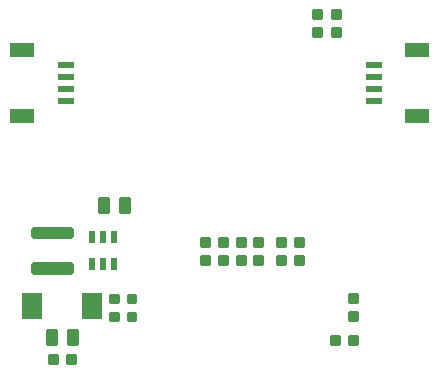
<source format=gbr>
G04 EAGLE Gerber RS-274X export*
G75*
%MOMM*%
%FSLAX34Y34*%
%LPD*%
%INSolderpaste Top*%
%IPPOS*%
%AMOC8*
5,1,8,0,0,1.08239X$1,22.5*%
G01*
%ADD10C,0.222250*%
%ADD11C,0.254000*%
%ADD12R,1.800000X2.200000*%
%ADD13R,1.350000X0.600000*%
%ADD14R,2.000000X1.200000*%
%ADD15C,0.550000*%
%ADD16R,0.508000X1.016000*%


D10*
X291560Y85884D02*
X298228Y85884D01*
X298228Y79216D01*
X291560Y79216D01*
X291560Y85884D01*
X291560Y81328D02*
X298228Y81328D01*
X298228Y83440D02*
X291560Y83440D01*
X291560Y85552D02*
X298228Y85552D01*
X282988Y85884D02*
X276320Y85884D01*
X282988Y85884D02*
X282988Y79216D01*
X276320Y79216D01*
X276320Y85884D01*
X276320Y81328D02*
X282988Y81328D01*
X282988Y83440D02*
X276320Y83440D01*
X276320Y85552D02*
X282988Y85552D01*
X246094Y161766D02*
X246094Y168434D01*
X252762Y168434D01*
X252762Y161766D01*
X246094Y161766D01*
X246094Y163878D02*
X252762Y163878D01*
X252762Y165990D02*
X246094Y165990D01*
X246094Y168102D02*
X252762Y168102D01*
X246094Y153194D02*
X246094Y146526D01*
X246094Y153194D02*
X252762Y153194D01*
X252762Y146526D01*
X246094Y146526D01*
X246094Y148638D02*
X252762Y148638D01*
X252762Y150750D02*
X246094Y150750D01*
X246094Y152862D02*
X252762Y152862D01*
X231108Y161766D02*
X231108Y168434D01*
X237776Y168434D01*
X237776Y161766D01*
X231108Y161766D01*
X231108Y163878D02*
X237776Y163878D01*
X237776Y165990D02*
X231108Y165990D01*
X231108Y168102D02*
X237776Y168102D01*
X231108Y153194D02*
X231108Y146526D01*
X231108Y153194D02*
X237776Y153194D01*
X237776Y146526D01*
X231108Y146526D01*
X231108Y148638D02*
X237776Y148638D01*
X237776Y150750D02*
X231108Y150750D01*
X231108Y152862D02*
X237776Y152862D01*
X211804Y161766D02*
X211804Y168434D01*
X218472Y168434D01*
X218472Y161766D01*
X211804Y161766D01*
X211804Y163878D02*
X218472Y163878D01*
X218472Y165990D02*
X211804Y165990D01*
X211804Y168102D02*
X218472Y168102D01*
X211804Y153194D02*
X211804Y146526D01*
X211804Y153194D02*
X218472Y153194D01*
X218472Y146526D01*
X211804Y146526D01*
X211804Y148638D02*
X218472Y148638D01*
X218472Y150750D02*
X211804Y150750D01*
X211804Y152862D02*
X218472Y152862D01*
X188246Y153194D02*
X188246Y146526D01*
X181578Y146526D01*
X181578Y153194D01*
X188246Y153194D01*
X188246Y148638D02*
X181578Y148638D01*
X181578Y150750D02*
X188246Y150750D01*
X188246Y152862D02*
X181578Y152862D01*
X188246Y161766D02*
X188246Y168434D01*
X188246Y161766D02*
X181578Y161766D01*
X181578Y168434D01*
X188246Y168434D01*
X188246Y163878D02*
X181578Y163878D01*
X181578Y165990D02*
X188246Y165990D01*
X188246Y168102D02*
X181578Y168102D01*
D11*
X87884Y190881D02*
X80264Y190881D01*
X80264Y202311D01*
X87884Y202311D01*
X87884Y190881D01*
X87884Y193294D02*
X80264Y193294D01*
X80264Y195707D02*
X87884Y195707D01*
X87884Y198120D02*
X80264Y198120D01*
X80264Y200533D02*
X87884Y200533D01*
X98044Y190881D02*
X105664Y190881D01*
X98044Y190881D02*
X98044Y202311D01*
X105664Y202311D01*
X105664Y190881D01*
X105664Y193294D02*
X98044Y193294D01*
X98044Y195707D02*
X105664Y195707D01*
X105664Y198120D02*
X98044Y198120D01*
X98044Y200533D02*
X105664Y200533D01*
X61214Y90551D02*
X53594Y90551D01*
X61214Y90551D02*
X61214Y79121D01*
X53594Y79121D01*
X53594Y90551D01*
X53594Y81534D02*
X61214Y81534D01*
X61214Y83947D02*
X53594Y83947D01*
X53594Y86360D02*
X61214Y86360D01*
X61214Y88773D02*
X53594Y88773D01*
X43434Y90551D02*
X35814Y90551D01*
X43434Y90551D02*
X43434Y79121D01*
X35814Y79121D01*
X35814Y90551D01*
X35814Y81534D02*
X43434Y81534D01*
X43434Y83947D02*
X35814Y83947D01*
X35814Y86360D02*
X43434Y86360D01*
X43434Y88773D02*
X35814Y88773D01*
D12*
X74268Y110744D03*
X23268Y110744D03*
D13*
X312800Y285000D03*
X312800Y295000D03*
X312800Y305000D03*
X312800Y315000D03*
D14*
X349550Y328000D03*
X349550Y272000D03*
D13*
X52000Y315000D03*
X52000Y305000D03*
X52000Y295000D03*
X52000Y285000D03*
D14*
X15250Y272000D03*
X15250Y328000D03*
D15*
X24890Y175484D02*
X24890Y169984D01*
X24890Y175484D02*
X56390Y175484D01*
X56390Y169984D01*
X24890Y169984D01*
X24890Y175209D02*
X56390Y175209D01*
X24890Y145484D02*
X24890Y139984D01*
X24890Y145484D02*
X56390Y145484D01*
X56390Y139984D01*
X24890Y139984D01*
X24890Y145209D02*
X56390Y145209D01*
D10*
X284258Y339820D02*
X284258Y346488D01*
X284258Y339820D02*
X277590Y339820D01*
X277590Y346488D01*
X284258Y346488D01*
X284258Y341932D02*
X277590Y341932D01*
X277590Y344044D02*
X284258Y344044D01*
X284258Y346156D02*
X277590Y346156D01*
X284258Y355060D02*
X284258Y361728D01*
X284258Y355060D02*
X277590Y355060D01*
X277590Y361728D01*
X284258Y361728D01*
X284258Y357172D02*
X277590Y357172D01*
X277590Y359284D02*
X284258Y359284D01*
X284258Y361396D02*
X277590Y361396D01*
X268002Y346488D02*
X268002Y339820D01*
X261334Y339820D01*
X261334Y346488D01*
X268002Y346488D01*
X268002Y341932D02*
X261334Y341932D01*
X261334Y344044D02*
X268002Y344044D01*
X268002Y346156D02*
X261334Y346156D01*
X268002Y355060D02*
X268002Y361728D01*
X268002Y355060D02*
X261334Y355060D01*
X261334Y361728D01*
X268002Y361728D01*
X268002Y357172D02*
X261334Y357172D01*
X261334Y359284D02*
X268002Y359284D01*
X268002Y361396D02*
X261334Y361396D01*
X196818Y168434D02*
X196818Y161766D01*
X196818Y168434D02*
X203486Y168434D01*
X203486Y161766D01*
X196818Y161766D01*
X196818Y163878D02*
X203486Y163878D01*
X203486Y165990D02*
X196818Y165990D01*
X196818Y168102D02*
X203486Y168102D01*
X196818Y153194D02*
X196818Y146526D01*
X196818Y153194D02*
X203486Y153194D01*
X203486Y146526D01*
X196818Y146526D01*
X196818Y148638D02*
X203486Y148638D01*
X203486Y150750D02*
X196818Y150750D01*
X196818Y152862D02*
X203486Y152862D01*
X166592Y161766D02*
X166592Y168434D01*
X173260Y168434D01*
X173260Y161766D01*
X166592Y161766D01*
X166592Y163878D02*
X173260Y163878D01*
X173260Y165990D02*
X166592Y165990D01*
X166592Y168102D02*
X173260Y168102D01*
X166592Y153194D02*
X166592Y146526D01*
X166592Y153194D02*
X173260Y153194D01*
X173260Y146526D01*
X166592Y146526D01*
X166592Y148638D02*
X173260Y148638D01*
X173260Y150750D02*
X166592Y150750D01*
X166592Y152862D02*
X173260Y152862D01*
X89884Y120682D02*
X89884Y114014D01*
X89884Y120682D02*
X96552Y120682D01*
X96552Y114014D01*
X89884Y114014D01*
X89884Y116126D02*
X96552Y116126D01*
X96552Y118238D02*
X89884Y118238D01*
X89884Y120350D02*
X96552Y120350D01*
X89884Y105442D02*
X89884Y98774D01*
X89884Y105442D02*
X96552Y105442D01*
X96552Y98774D01*
X89884Y98774D01*
X89884Y100886D02*
X96552Y100886D01*
X96552Y102998D02*
X89884Y102998D01*
X89884Y105110D02*
X96552Y105110D01*
X111030Y105442D02*
X111030Y98774D01*
X104362Y98774D01*
X104362Y105442D01*
X111030Y105442D01*
X111030Y100886D02*
X104362Y100886D01*
X104362Y102998D02*
X111030Y102998D01*
X111030Y105110D02*
X104362Y105110D01*
X111030Y114014D02*
X111030Y120682D01*
X111030Y114014D02*
X104362Y114014D01*
X104362Y120682D01*
X111030Y120682D01*
X111030Y116126D02*
X104362Y116126D01*
X104362Y118238D02*
X111030Y118238D01*
X111030Y120350D02*
X104362Y120350D01*
X298228Y105696D02*
X298228Y99028D01*
X291560Y99028D01*
X291560Y105696D01*
X298228Y105696D01*
X298228Y101140D02*
X291560Y101140D01*
X291560Y103252D02*
X298228Y103252D01*
X298228Y105364D02*
X291560Y105364D01*
X298228Y114268D02*
X298228Y120936D01*
X298228Y114268D02*
X291560Y114268D01*
X291560Y120936D01*
X298228Y120936D01*
X298228Y116380D02*
X291560Y116380D01*
X291560Y118492D02*
X298228Y118492D01*
X298228Y120604D02*
X291560Y120604D01*
D16*
X74422Y146304D03*
X83820Y146304D03*
X93218Y146304D03*
X93218Y169164D03*
X83820Y169164D03*
X74422Y169164D03*
D10*
X59468Y69628D02*
X52800Y69628D01*
X59468Y69628D02*
X59468Y62960D01*
X52800Y62960D01*
X52800Y69628D01*
X52800Y65072D02*
X59468Y65072D01*
X59468Y67184D02*
X52800Y67184D01*
X52800Y69296D02*
X59468Y69296D01*
X44228Y69628D02*
X37560Y69628D01*
X44228Y69628D02*
X44228Y62960D01*
X37560Y62960D01*
X37560Y69628D01*
X37560Y65072D02*
X44228Y65072D01*
X44228Y67184D02*
X37560Y67184D01*
X37560Y69296D02*
X44228Y69296D01*
M02*

</source>
